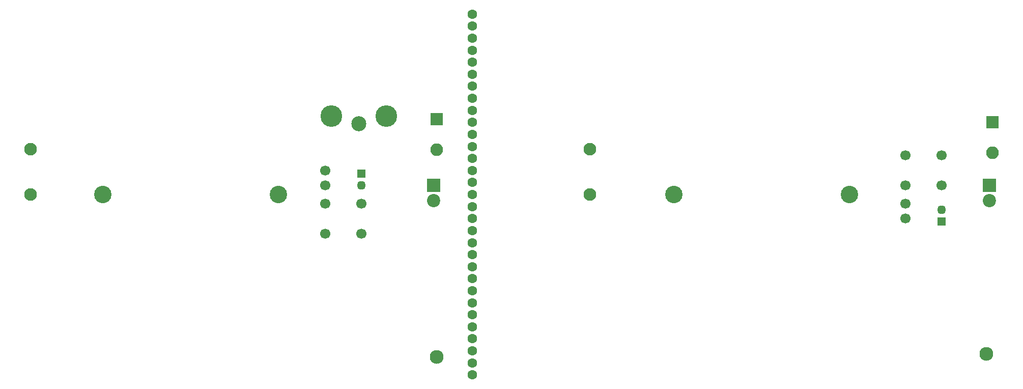
<source format=gbr>
%TF.GenerationSoftware,KiCad,Pcbnew,5.1.6-c6e7f7d~87~ubuntu20.04.1*%
%TF.CreationDate,2020-10-11T03:01:43+02:00*%
%TF.ProjectId,10A-Bias-T,3130412d-4269-4617-932d-542e6b696361,rev?*%
%TF.SameCoordinates,Original*%
%TF.FileFunction,Soldermask,Bot*%
%TF.FilePolarity,Negative*%
%FSLAX46Y46*%
G04 Gerber Fmt 4.6, Leading zero omitted, Abs format (unit mm)*
G04 Created by KiCad (PCBNEW 5.1.6-c6e7f7d~87~ubuntu20.04.1) date 2020-10-11 03:01:43*
%MOMM*%
%LPD*%
G01*
G04 APERTURE LIST*
%ADD10C,2.300000*%
%ADD11C,1.600000*%
%ADD12C,1.700000*%
%ADD13R,2.100000X2.100000*%
%ADD14O,2.100000X2.100000*%
%ADD15C,3.600000*%
%ADD16C,2.500000*%
%ADD17C,2.200000*%
%ADD18R,2.200000X2.200000*%
%ADD19C,2.900000*%
%ADD20R,1.450000X1.450000*%
%ADD21O,1.450000X1.450000*%
%ADD22C,2.100000*%
G04 APERTURE END LIST*
D10*
%TO.C,REF\u002A\u002A*%
X190500000Y-92500000D03*
%TD*%
%TO.C,REF\u002A\u002A*%
X99000000Y-93000000D03*
%TD*%
D11*
%TO.C,REF\u002A\u002A*%
X105000000Y-94000000D03*
%TD*%
%TO.C,REF\u002A\u002A*%
X105000000Y-96000000D03*
%TD*%
%TO.C,REF\u002A\u002A*%
X105000000Y-92000000D03*
%TD*%
%TO.C,REF\u002A\u002A*%
X105000000Y-82000000D03*
%TD*%
%TO.C,REF\u002A\u002A*%
X105000000Y-86000000D03*
%TD*%
%TO.C,REF\u002A\u002A*%
X105000000Y-88000000D03*
%TD*%
%TO.C,REF\u002A\u002A*%
X105000000Y-84000000D03*
%TD*%
%TO.C,REF\u002A\u002A*%
X105000000Y-78000000D03*
%TD*%
%TO.C,REF\u002A\u002A*%
X105000000Y-90000000D03*
%TD*%
%TO.C,REF\u002A\u002A*%
X105000000Y-80000000D03*
%TD*%
%TO.C,REF\u002A\u002A*%
X105000000Y-76000000D03*
%TD*%
%TO.C,REF\u002A\u002A*%
X105000000Y-74000000D03*
%TD*%
%TO.C,REF\u002A\u002A*%
X105000000Y-66000000D03*
%TD*%
%TO.C,REF\u002A\u002A*%
X105000000Y-68000000D03*
%TD*%
%TO.C,REF\u002A\u002A*%
X105000000Y-70000000D03*
%TD*%
%TO.C,REF\u002A\u002A*%
X105000000Y-62000000D03*
%TD*%
%TO.C,REF\u002A\u002A*%
X105000000Y-72000000D03*
%TD*%
%TO.C,REF\u002A\u002A*%
X105000000Y-58000000D03*
%TD*%
%TO.C,REF\u002A\u002A*%
X105000000Y-56000000D03*
%TD*%
%TO.C,REF\u002A\u002A*%
X105000000Y-64000000D03*
%TD*%
%TO.C,REF\u002A\u002A*%
X105000000Y-60000000D03*
%TD*%
%TO.C,REF\u002A\u002A*%
X105000000Y-54000000D03*
%TD*%
%TO.C,REF\u002A\u002A*%
X105000000Y-52000000D03*
%TD*%
%TO.C,REF\u002A\u002A*%
X105000000Y-50000000D03*
%TD*%
%TO.C,REF\u002A\u002A*%
X105000000Y-48000000D03*
%TD*%
%TO.C,REF\u002A\u002A*%
X105000000Y-46000000D03*
%TD*%
%TO.C,REF\u002A\u002A*%
X105000000Y-44000000D03*
%TD*%
%TO.C,REF\u002A\u002A*%
X105000000Y-42000000D03*
%TD*%
%TO.C,REF\u002A\u002A*%
X105000000Y-40000000D03*
%TD*%
%TO.C,REF\u002A\u002A*%
X105000000Y-38000000D03*
%TD*%
%TO.C,REF\u002A\u002A*%
X105000000Y-36000000D03*
%TD*%
D12*
%TO.C,C4*%
X80500000Y-72500000D03*
X80500000Y-67500000D03*
%TD*%
%TO.C,C5*%
X80500000Y-64500000D03*
X80500000Y-62000000D03*
%TD*%
%TO.C,C6*%
X86500000Y-67500000D03*
X86500000Y-72500000D03*
%TD*%
%TO.C,C10*%
X177000000Y-64500000D03*
X177000000Y-59500000D03*
%TD*%
%TO.C,C11*%
X177000000Y-67500000D03*
X177000000Y-70000000D03*
%TD*%
%TO.C,C12*%
X183000000Y-59500000D03*
X183000000Y-64500000D03*
%TD*%
D13*
%TO.C,D1*%
X99000000Y-53500000D03*
D14*
X99000000Y-58580000D03*
%TD*%
%TO.C,D2*%
X191500000Y-59080000D03*
D13*
X191500000Y-54000000D03*
%TD*%
D15*
%TO.C,F1*%
X81500000Y-53000000D03*
D16*
X86100000Y-54200000D03*
D15*
X90700000Y-53000000D03*
%TD*%
D17*
%TO.C,J2*%
X98500000Y-67040000D03*
D18*
X98500000Y-64500000D03*
%TD*%
%TO.C,J5*%
X191000000Y-64500000D03*
D17*
X191000000Y-67040000D03*
%TD*%
D19*
%TO.C,L1*%
X43500000Y-66000000D03*
X72710000Y-66000000D03*
%TD*%
%TO.C,L2*%
X167710000Y-66000000D03*
X138500000Y-66000000D03*
%TD*%
D20*
%TO.C,LA1*%
X86500000Y-62500000D03*
D21*
X86500000Y-64500000D03*
%TD*%
%TO.C,LA2*%
X183000000Y-68500000D03*
D20*
X183000000Y-70500000D03*
%TD*%
D22*
%TO.C,C1*%
X124500000Y-66000000D03*
X124500000Y-58500000D03*
%TD*%
%TO.C,C2*%
X31500000Y-66000000D03*
X31500000Y-58500000D03*
%TD*%
M02*

</source>
